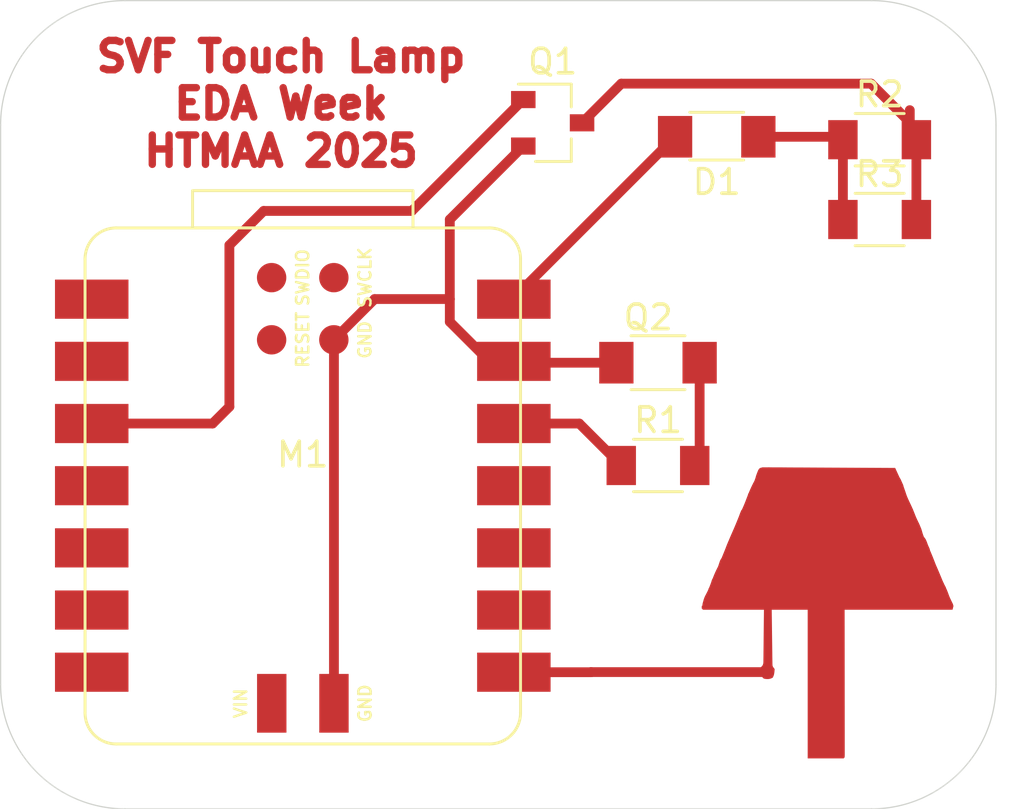
<source format=kicad_pcb>
(kicad_pcb (version 20241229) (generator "pcbnew") (generator_version "9.0")
  (layers (0 "F.Cu" signal) (2 "B.Cu" signal) (13 "F.Paste" user) (15 "B.Paste" user) (5 "F.SilkS" user "F.Silkscreen") (7 "B.SilkS" user "B.Silkscreen") (1 "F.Mask" user) (3 "B.Mask" user) (25 "Edge.Cuts" user))
  (net 0 "")
  (net 12 "PWR_GND")
  (net 13 "Net-(M1-3V3)")
  (net 14 "Net-(Q1-D)")
  (net 15 "Net-(Q2-C)")
  (net 16 "Net-(D1-A)")
  (net 17 "Net-(D1-K)")
  (net 18 "Net-(M1-D2)")
  (net 21 "Net-(M1-D7)")
  (footprint "fab:SOT-23-3" (layer "F.Cu") (at 136.84 65.9525)
    (property "Reference" "Q1")
    (property "Value" "Transistor_MOSFET_NCh_SOT23")
  )
  (footprint "fab:R_1206" (layer "F.Cu") (at 141.14 79.9525)
    (property "Reference" "R1")
    (property "Value" "R_1206")
  )
  (footprint "fab:R_1206" (layer "F.Cu") (at 150.19 66.6425)
    (property "Reference" "R2")
    (property "Value" "100")
  )
  (footprint "pads:lamp_pad" (layer "F.Cu") (at 143.064886 90.344094)
    (property "Reference" "U1" (hide yes))
    (property "Value" "~" (hide yes))
  )
  (footprint "fab:LED_1206" (layer "F.Cu") (at 143.5375 66.5225 180)
    (property "Reference" "D1")
    (property "Value" "LED_1206")
  )
  (footprint "fab:R_1206" (layer "F.Cu") (at 150.19 69.9025)
    (property "Reference" "R3")
    (property "Value" "499")
  )
  (footprint "fab:SeeedStudio_XIAO_RP2040_no_holes" (layer "F.Cu") (at 126.635 80.7775)
    (property "Reference" "M1")
    (property "Value" "Module_XIAO-RP2040")
  )
  (footprint "fab:Q_1206" (layer "F.Cu") (at 141.14 75.7525)
    (property "Reference" "Q2")
    (property "Value" "Phototransistor_Visible_PT15-21C-TR8")
  )
  (gr_line (start 149.86 60.96) (end 119.38 60.96) (stroke (width 0.05)) (layer "Edge.Cuts"))
  (gr_arc (start 114.3 66.04) (mid 115.787898 62.447898) (end 119.38 60.96) (stroke (width 0.05)) (layer "Edge.Cuts"))
  (gr_arc (start 149.86 60.96) (mid 153.452102 62.447898) (end 154.94 66.04) (stroke (width 0.05)) (layer "Edge.Cuts"))
  (gr_arc (start 154.94 88.9) (mid 153.452102 92.492102) (end 149.86 93.98) (stroke (width 0.05)) (layer "Edge.Cuts"))
  (gr_line (start 114.3 66.04) (end 114.3 88.9) (stroke (width 0.05)) (layer "Edge.Cuts"))
  (gr_line (start 154.94 66.04) (end 154.94 88.9) (stroke (width 0.05)) (layer "Edge.Cuts"))
  (gr_line (start 149.86 93.98) (end 119.38 93.98) (stroke (width 0.05)) (layer "Edge.Cuts"))
  (gr_arc (start 119.38 93.98) (mid 115.787898 92.492102) (end 114.3 88.9) (stroke (width 0.05)) (layer "Edge.Cuts"))
  (gr_text "SVF Touch Lamp\nEDA Week\nHTMAA 2025" (at 125.75 65.1775 0) (layer "F.Cu") (effects (font (size 1.2 1.2) (thickness 0.3) (bold yes))))
  (segment (start 134.31 75.7525) (end 134.255 75.6975) (width 0.4) (layer "F.Cu") (net 12))
  (segment (start 132.64 74.0825) (end 132.64 73.1525) (width 0.4) (layer "F.Cu") (net 12))
  (segment (start 134.255 75.6975) (end 132.64 74.0825) (width 0.4) (layer "F.Cu") (net 12))
  (segment (start 132.64 73.1525) (end 132.64 69.9025) (width 0.4) (layer "F.Cu") (net 12))
  (segment (start 139.44 75.7525) (end 134.31 75.7525) (width 0.4) (layer "F.Cu") (net 12))
  (segment (start 127.91 89.6675) (end 127.91 74.8225) (width 0.4) (layer "F.Cu") (net 12))
  (segment (start 127.91 74.8225) (end 127.905 74.8175) (width 0.4) (layer "F.Cu") (net 12))
  (segment (start 129.57 73.1525) (end 132.64 73.1525) (width 0.4) (layer "F.Cu") (net 12))
  (segment (start 127.905 74.8175) (end 129.57 73.1525) (width 0.4) (layer "F.Cu") (net 12))
  (segment (start 132.64 69.9025) (end 135.64 66.9025) (width 0.4) (layer "F.Cu") (net 12))
  (segment (start 139.64 79.9525) (end 137.925 78.2375) (width 0.4) (layer "F.Cu") (net 13))
  (segment (start 137.925 78.2375) (end 134.255 78.2375) (width 0.4) (layer "F.Cu") (net 13))
  (segment (start 149.84 64.3525) (end 151.69 66.2025) (width 0.4) (layer "F.Cu") (net 14))
  (segment (start 149.84 64.3525) (end 139.64 64.3525) (width 0.4) (layer "F.Cu") (net 14))
  (segment (start 139.64 64.3525) (end 138.04 65.9525) (width 0.4) (layer "F.Cu") (net 14))
  (segment (start 151.69 69.9025) (end 151.69 66.6425) (width 0.4) (layer "F.Cu") (net 14))
  (segment (start 151.42 65.435) (end 151.42 65.875) (width 0.4) (layer "F.Cu") (net 14))
  (segment (start 142.84 79.7525) (end 142.64 79.9525) (width 0.4) (layer "F.Cu") (net 15))
  (segment (start 142.84 75.7525) (end 142.84 79.7525) (width 0.4) (layer "F.Cu") (net 15))
  (segment (start 134.255 73.1575) (end 135.2025 73.1575) (width 0.4) (layer "F.Cu") (net 16))
  (segment (start 135.2025 73.1575) (end 141.8375 66.5225) (width 0.4) (layer "F.Cu") (net 16))
  (segment (start 145.2375 66.5225) (end 148.27 66.5225) (width 0.4) (layer "F.Cu") (net 17))
  (segment (start 148.69 66.6425) (end 148.69 69.9025) (width 0.4) (layer "F.Cu") (net 17))
  (segment (start 148.64 69.4125) (end 148.64 69.9525) (width 0.4) (layer "F.Cu") (net 17))
  (segment (start 148.27 66.5225) (end 148.64 66.1525) (width 0.4) (layer "F.Cu") (net 17))
  (segment (start 119.02 78.2375) (end 122.955 78.2375) (width 0.4) (layer "F.Cu") (net 18))
  (segment (start 131.09 69.5525) (end 135.64 65.0025) (width 0.4) (layer "F.Cu") (net 18))
  (segment (start 123.64 70.9525) (end 125.04 69.5525) (width 0.4) (layer "F.Cu") (net 18))
  (segment (start 123.64 77.5525) (end 123.64 70.9525) (width 0.4) (layer "F.Cu") (net 18))
  (segment (start 122.955 78.2375) (end 123.64 77.5525) (width 0.4) (layer "F.Cu") (net 18))
  (segment (start 125.04 69.5525) (end 131.09 69.5525) (width 0.4) (layer "F.Cu") (net 18))
  (segment (start 138.409595 88.392905) (end 145.604886 88.392905) (width 0.4) (layer "F.Cu") (net 21))
  (segment (start 134.277269 88.375231) (end 134.255 88.3975) (width 0.4) (layer "F.Cu") (net 21))
  (segment (start 134.255 88.3975) (end 138.405 88.3975) (width 0.4) (layer "F.Cu") (net 21))
  (segment (start 138.405 88.3975) (end 138.409595 88.392905) (width 0.4) (layer "F.Cu") (net 21))
)
</source>
